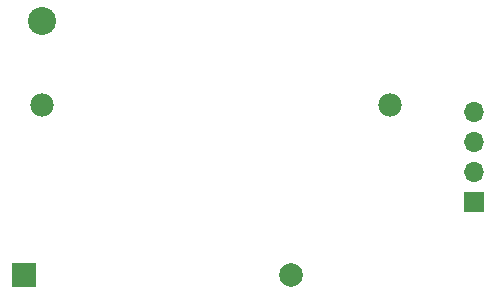
<source format=gbr>
%TF.GenerationSoftware,KiCad,Pcbnew,7.0.7*%
%TF.CreationDate,2023-12-17T00:13:02-06:00*%
%TF.ProjectId,Half AA Lithium Battery Board,48616c66-2041-4412-904c-69746869756d,rev?*%
%TF.SameCoordinates,Original*%
%TF.FileFunction,Soldermask,Bot*%
%TF.FilePolarity,Negative*%
%FSLAX46Y46*%
G04 Gerber Fmt 4.6, Leading zero omitted, Abs format (unit mm)*
G04 Created by KiCad (PCBNEW 7.0.7) date 2023-12-17 00:13:02*
%MOMM*%
%LPD*%
G01*
G04 APERTURE LIST*
%ADD10R,1.700000X1.700000*%
%ADD11O,1.700000X1.700000*%
%ADD12R,2.006600X2.006600*%
%ADD13C,2.006600*%
%ADD14C,2.380000*%
%ADD15C,1.989000*%
G04 APERTURE END LIST*
D10*
%TO.C,J1*%
X191770000Y-92964000D03*
D11*
X191770000Y-90424000D03*
X191770000Y-87884000D03*
X191770000Y-85344000D03*
%TD*%
D12*
%TO.C,F1*%
X153673000Y-99187000D03*
D13*
X176273000Y-99187000D03*
%TD*%
D14*
%TO.C,3.6V1*%
X155268500Y-77692000D03*
D15*
X184728500Y-84782000D03*
X155268500Y-84782000D03*
%TD*%
M02*

</source>
